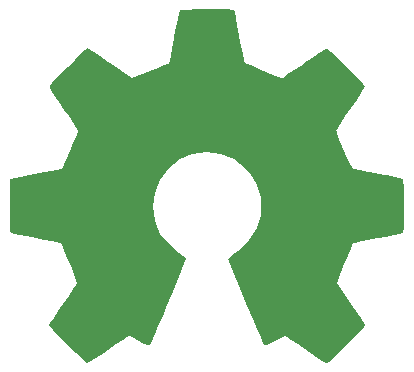
<source format=gbo>
G04 (created by PCBNEW (2013-07-07 BZR 4022)-stable) date 8/21/2014 4:39:55 PM*
%MOIN*%
G04 Gerber Fmt 3.4, Leading zero omitted, Abs format*
%FSLAX34Y34*%
G01*
G70*
G90*
G04 APERTURE LIST*
%ADD10C,0.00393701*%
%ADD11C,0.0001*%
G04 APERTURE END LIST*
G54D10*
G54D11*
G36*
X59618Y-83700D02*
X59687Y-83664D01*
X59841Y-83567D01*
X60060Y-83424D01*
X60319Y-83250D01*
X60579Y-83074D01*
X60793Y-82931D01*
X60943Y-82835D01*
X61005Y-82800D01*
X61039Y-82812D01*
X61163Y-82872D01*
X61342Y-82965D01*
X61446Y-83019D01*
X61611Y-83090D01*
X61692Y-83105D01*
X61706Y-83082D01*
X61766Y-82956D01*
X61861Y-82741D01*
X61985Y-82456D01*
X62127Y-82123D01*
X62279Y-81763D01*
X62432Y-81397D01*
X62577Y-81047D01*
X62705Y-80733D01*
X62808Y-80477D01*
X62876Y-80300D01*
X62901Y-80223D01*
X62893Y-80207D01*
X62811Y-80127D01*
X62667Y-80019D01*
X62357Y-79767D01*
X62050Y-79384D01*
X61863Y-78949D01*
X61801Y-78466D01*
X61854Y-78018D01*
X62030Y-77584D01*
X62330Y-77197D01*
X62694Y-76909D01*
X63120Y-76727D01*
X63598Y-76668D01*
X64059Y-76720D01*
X64499Y-76893D01*
X64886Y-77188D01*
X65049Y-77377D01*
X65275Y-77769D01*
X65403Y-78192D01*
X65417Y-78300D01*
X65398Y-78760D01*
X65262Y-79202D01*
X65018Y-79598D01*
X64680Y-79922D01*
X64638Y-79952D01*
X64481Y-80069D01*
X64376Y-80150D01*
X64294Y-80217D01*
X64881Y-81631D01*
X64975Y-81856D01*
X65136Y-82242D01*
X65278Y-82575D01*
X65391Y-82840D01*
X65469Y-83017D01*
X65504Y-83088D01*
X65508Y-83092D01*
X65559Y-83101D01*
X65668Y-83062D01*
X65864Y-82966D01*
X65995Y-82899D01*
X66145Y-82827D01*
X66213Y-82800D01*
X66269Y-82831D01*
X66414Y-82925D01*
X66624Y-83065D01*
X66877Y-83237D01*
X67117Y-83400D01*
X67339Y-83547D01*
X67501Y-83650D01*
X67578Y-83692D01*
X67591Y-83692D01*
X67661Y-83653D01*
X67787Y-83547D01*
X67980Y-83365D01*
X68253Y-83096D01*
X68294Y-83055D01*
X68518Y-82827D01*
X68700Y-82636D01*
X68822Y-82500D01*
X68866Y-82438D01*
X68866Y-82437D01*
X68826Y-82361D01*
X68724Y-82200D01*
X68577Y-81976D01*
X68398Y-81713D01*
X67930Y-81033D01*
X68187Y-80391D01*
X68266Y-80195D01*
X68366Y-79956D01*
X68441Y-79786D01*
X68479Y-79712D01*
X68549Y-79687D01*
X68725Y-79645D01*
X68979Y-79592D01*
X69283Y-79535D01*
X69572Y-79482D01*
X69834Y-79433D01*
X70023Y-79396D01*
X70108Y-79379D01*
X70128Y-79367D01*
X70145Y-79326D01*
X70156Y-79237D01*
X70163Y-79078D01*
X70166Y-78828D01*
X70166Y-78466D01*
X70166Y-78427D01*
X70163Y-78081D01*
X70157Y-77806D01*
X70147Y-77623D01*
X70135Y-77552D01*
X70134Y-77551D01*
X70053Y-77531D01*
X69868Y-77492D01*
X69607Y-77441D01*
X69295Y-77382D01*
X69276Y-77378D01*
X68965Y-77318D01*
X68705Y-77264D01*
X68523Y-77222D01*
X68446Y-77198D01*
X68430Y-77176D01*
X68367Y-77055D01*
X68278Y-76862D01*
X68175Y-76627D01*
X68074Y-76383D01*
X67986Y-76164D01*
X67927Y-76000D01*
X67909Y-75926D01*
X67910Y-75924D01*
X67957Y-75849D01*
X68064Y-75689D01*
X68215Y-75465D01*
X68396Y-75201D01*
X68410Y-75181D01*
X68588Y-74918D01*
X68733Y-74697D01*
X68830Y-74538D01*
X68866Y-74467D01*
X68865Y-74462D01*
X68806Y-74384D01*
X68672Y-74235D01*
X68481Y-74035D01*
X68251Y-73803D01*
X68178Y-73731D01*
X67923Y-73482D01*
X67745Y-73319D01*
X67635Y-73232D01*
X67582Y-73213D01*
X67580Y-73214D01*
X67501Y-73262D01*
X67336Y-73370D01*
X67110Y-73522D01*
X66844Y-73703D01*
X66825Y-73716D01*
X66563Y-73894D01*
X66344Y-74042D01*
X66189Y-74145D01*
X66121Y-74186D01*
X66109Y-74186D01*
X66002Y-74155D01*
X65816Y-74089D01*
X65586Y-74000D01*
X65343Y-73903D01*
X65123Y-73810D01*
X64957Y-73734D01*
X64879Y-73690D01*
X64877Y-73686D01*
X64849Y-73592D01*
X64804Y-73396D01*
X64748Y-73125D01*
X64687Y-72804D01*
X64677Y-72752D01*
X64618Y-72439D01*
X64568Y-72181D01*
X64531Y-72002D01*
X64513Y-71929D01*
X64469Y-71918D01*
X64315Y-71907D01*
X64082Y-71901D01*
X63800Y-71898D01*
X63499Y-71900D01*
X63209Y-71906D01*
X62961Y-71915D01*
X62784Y-71927D01*
X62710Y-71942D01*
X62707Y-71946D01*
X62680Y-72043D01*
X62637Y-72240D01*
X62581Y-72512D01*
X62520Y-72834D01*
X62509Y-72891D01*
X62450Y-73203D01*
X62398Y-73459D01*
X62360Y-73635D01*
X62340Y-73704D01*
X62312Y-73719D01*
X62183Y-73775D01*
X61974Y-73862D01*
X61715Y-73967D01*
X61113Y-74210D01*
X60377Y-73705D01*
X60309Y-73659D01*
X60044Y-73479D01*
X59826Y-73334D01*
X59674Y-73236D01*
X59612Y-73200D01*
X59607Y-73203D01*
X59533Y-73267D01*
X59387Y-73404D01*
X59188Y-73598D01*
X58955Y-73829D01*
X58784Y-74001D01*
X58581Y-74208D01*
X58452Y-74347D01*
X58382Y-74436D01*
X58357Y-74490D01*
X58363Y-74526D01*
X58411Y-74601D01*
X58519Y-74763D01*
X58671Y-74987D01*
X58850Y-75248D01*
X58997Y-75465D01*
X59158Y-75713D01*
X59262Y-75890D01*
X59298Y-75976D01*
X59289Y-76012D01*
X59238Y-76156D01*
X59150Y-76374D01*
X59039Y-76634D01*
X58783Y-77217D01*
X58400Y-77291D01*
X58169Y-77335D01*
X57845Y-77397D01*
X57534Y-77457D01*
X57050Y-77551D01*
X57033Y-79334D01*
X57108Y-79366D01*
X57179Y-79385D01*
X57359Y-79425D01*
X57615Y-79476D01*
X57917Y-79533D01*
X58175Y-79581D01*
X58434Y-79630D01*
X58620Y-79666D01*
X58703Y-79684D01*
X58724Y-79712D01*
X58789Y-79838D01*
X58880Y-80037D01*
X58984Y-80277D01*
X59088Y-80527D01*
X59179Y-80756D01*
X59243Y-80931D01*
X59267Y-81022D01*
X59231Y-81090D01*
X59134Y-81243D01*
X58990Y-81460D01*
X58814Y-81718D01*
X58638Y-81976D01*
X58489Y-82196D01*
X58385Y-82355D01*
X58342Y-82427D01*
X58363Y-82476D01*
X58467Y-82601D01*
X58661Y-82803D01*
X58950Y-83089D01*
X58997Y-83135D01*
X59228Y-83356D01*
X59422Y-83535D01*
X59558Y-83656D01*
X59618Y-83700D01*
X59618Y-83700D01*
G37*
M02*

</source>
